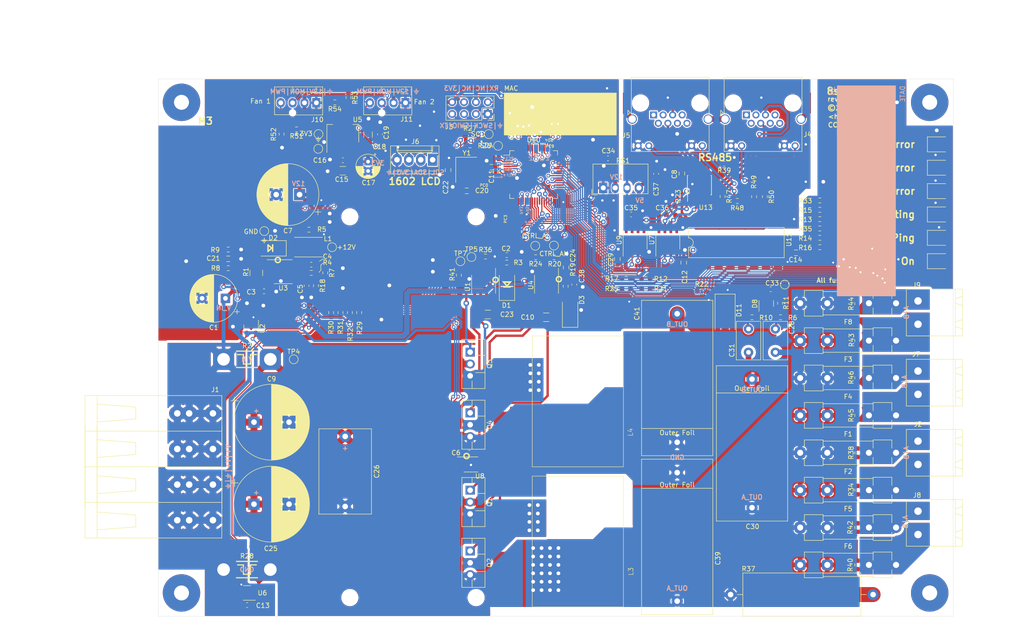
<source format=kicad_pcb>
(kicad_pcb (version 20230913) (generator pcbnew)

  (general
    (thickness 1.6)
  )

  (paper "A4")
  (layers
    (0 "F.Cu" signal)
    (31 "B.Cu" signal)
    (32 "B.Adhes" user "B.Adhesive")
    (33 "F.Adhes" user "F.Adhesive")
    (34 "B.Paste" user)
    (35 "F.Paste" user)
    (36 "B.SilkS" user "B.Silkscreen")
    (37 "F.SilkS" user "F.Silkscreen")
    (38 "B.Mask" user)
    (39 "F.Mask" user)
    (40 "Dwgs.User" user "User.Drawings")
    (41 "Cmts.User" user "User.Comments")
    (42 "Eco1.User" user "User.Eco1")
    (43 "Eco2.User" user "User.Eco2")
    (44 "Edge.Cuts" user)
    (45 "Margin" user)
    (46 "B.CrtYd" user "B.Courtyard")
    (47 "F.CrtYd" user "F.Courtyard")
    (48 "B.Fab" user)
    (49 "F.Fab" user)
  )

  (setup
    (stackup
      (layer "F.SilkS" (type "Top Silk Screen"))
      (layer "F.Paste" (type "Top Solder Paste"))
      (layer "F.Mask" (type "Top Solder Mask") (thickness 0.01))
      (layer "F.Cu" (type "copper") (thickness 0.035))
      (layer "dielectric 1" (type "core") (thickness 1.51) (material "FR4") (epsilon_r 4.5) (loss_tangent 0.02))
      (layer "B.Cu" (type "copper") (thickness 0.035))
      (layer "B.Mask" (type "Bottom Solder Mask") (thickness 0.01))
      (layer "B.Paste" (type "Bottom Solder Paste"))
      (layer "B.SilkS" (type "Bottom Silk Screen"))
      (copper_finish "None")
      (dielectric_constraints no)
    )
    (pad_to_mask_clearance 0.051)
    (solder_mask_min_width 0.25)
    (grid_origin 349.7 9.1)
    (pcbplotparams
      (layerselection 0x00011fc_ffffffff)
      (plot_on_all_layers_selection 0x0000000_00000000)
      (disableapertmacros false)
      (usegerberextensions false)
      (usegerberattributes false)
      (usegerberadvancedattributes false)
      (creategerberjobfile false)
      (dashed_line_dash_ratio 12.000000)
      (dashed_line_gap_ratio 3.000000)
      (svgprecision 4)
      (plotframeref false)
      (viasonmask false)
      (mode 1)
      (useauxorigin false)
      (hpglpennumber 1)
      (hpglpenspeed 20)
      (hpglpendiameter 15.000000)
      (pdf_front_fp_property_popups true)
      (pdf_back_fp_property_popups true)
      (dxfpolygonmode true)
      (dxfimperialunits true)
      (dxfusepcbnewfont true)
      (psnegative false)
      (psa4output false)
      (plotreference true)
      (plotvalue true)
      (plotfptext true)
      (plotinvisibletext false)
      (sketchpadsonfab false)
      (subtractmaskfromsilk false)
      (outputformat 1)
      (mirror false)
      (drillshape 0)
      (scaleselection 1)
      (outputdirectory "gerber")
    )
  )

  (net 0 "")
  (net 1 "GND")
  (net 2 "Net-(U10-PA3)")
  (net 3 "+3V3")
  (net 4 "/VIN_MON")
  (net 5 "Net-(D2-K)")
  (net 6 "Net-(U3-FB)")
  (net 7 "/OUT_A")
  (net 8 "/OUT_B")
  (net 9 "/VIN")
  (net 10 "/GND_MEAS")
  (net 11 "/DRV1")
  (net 12 "/DRV2")
  (net 13 "/DRV3")
  (net 14 "/DRV4")
  (net 15 "/SWCLK")
  (net 16 "/SWDIO")
  (net 17 "+5VD")
  (net 18 "/RX485_A")
  (net 19 "/RS485_B")
  (net 20 "GND2")
  (net 21 "/SDA")
  (net 22 "/SCL")
  (net 23 "Net-(D8-A1)")
  (net 24 "/PULSE_RX")
  (net 25 "Net-(D8-A2)")
  (net 26 "unconnected-(J4-Pad1)")
  (net 27 "unconnected-(J4-Pad2)")
  (net 28 "Net-(D11-K)")
  (net 29 "/RJL4")
  (net 30 "/RJL3")
  (net 31 "/Q0")
  (net 32 "Net-(D1-A)")
  (net 33 "/SLED1")
  (net 34 "/SLED2")
  (net 35 "/SLED3")
  (net 36 "/SLED4")
  (net 37 "Net-(D3-A)")
  (net 38 "Net-(D4-K)")
  (net 39 "Net-(D5-K)")
  (net 40 "Net-(D6-K)")
  (net 41 "Net-(D7-K)")
  (net 42 "/XT1")
  (net 43 "/XT2")
  (net 44 "unconnected-(J5-Pad1)")
  (net 45 "unconnected-(J5-Pad2)")
  (net 46 "/GND_RS485")
  (net 47 "unconnected-(J4-Pad7)")
  (net 48 "unconnected-(J4-Pad8)")
  (net 49 "unconnected-(J5-Pad7)")
  (net 50 "Net-(C4-Pad1)")
  (net 51 "unconnected-(J5-Pad8)")
  (net 52 "+12V")
  (net 53 "Net-(U3-BS)")
  (net 54 "/ILIM")
  (net 55 "/RJL2")
  (net 56 "/RJL1")
  (net 57 "/RS485_DE_ISO")
  (net 58 "/PAD")
  (net 59 "/VB2")
  (net 60 "/VB1")
  (net 61 "/MON_H")
  (net 62 "/MON_L")
  (net 63 "/RS485_RX")
  (net 64 "/RS485_DE")
  (net 65 "/FAN1_MON")
  (net 66 "unconnected-(J3-Pin_6-Pad6)")
  (net 67 "/RS485_RX_ISO")
  (net 68 "/FAN1_PWM")
  (net 69 "/VISO_SENSE")
  (net 70 "/RS485_TX")
  (net 71 "/RS485_TX_ISO")
  (net 72 "/FAN2_MON")
  (net 73 "Net-(U10-PD2)")
  (net 74 "Net-(U10-PD3)")
  (net 75 "Net-(U10-PD4)")
  (net 76 "Net-(U10-PD5)")
  (net 77 "Net-(U10-PD6)")
  (net 78 "Net-(U10-PC0)")
  (net 79 "/FAN2_PWM")
  (net 80 "Net-(U10-PC3)")
  (net 81 "/MON_FAULT_CURRENT")
  (net 82 "/MON_L_ADC")
  (net 83 "/MON_H_ADC")
  (net 84 "Net-(U10-PC9)")
  (net 85 "/RJL1D")
  (net 86 "/RJL2D")
  (net 87 "/RJL3D")
  (net 88 "Net-(U10-PC11)")
  (net 89 "Net-(U10-PC12)")
  (net 90 "Net-(U10-PC13)")
  (net 91 "Net-(U10-PC14{slash}OSC32_IN)")
  (net 92 "Net-(U10-PC15{slash}OSC32_OUT)")
  (net 93 "Net-(U10-PB5)")
  (net 94 "Net-(U10-PA5)")
  (net 95 "Net-(U10-VREF+)")
  (net 96 "/RJL4D")
  (net 97 "Net-(U10-VBAT)")
  (net 98 "/DBG_TX")
  (net 99 "/DBG_RX")
  (net 100 "Net-(R12-Pad1)")
  (net 101 "Net-(R17-Pad1)")
  (net 102 "Net-(R21-Pad1)")
  (net 103 "Net-(R25-Pad1)")
  (net 104 "unconnected-(U3-EN-Pad6)")
  (net 105 "unconnected-(U3-POK-Pad7)")
  (net 106 "Net-(D9-K)")
  (net 107 "Net-(D10-K)")
  (net 108 "/SLED6")
  (net 109 "/SLED5")
  (net 110 "/VIN_INPUT")
  (net 111 "/Q1")
  (net 112 "/DRV_B")
  (net 113 "/DRV_A")
  (net 114 "unconnected-(J4-Pad3)")
  (net 115 "unconnected-(J4-Pad6)")
  (net 116 "unconnected-(J5-Pad3)")
  (net 117 "unconnected-(J5-Pad6)")
  (net 118 "/CTRL_AH")
  (net 119 "/CTRL_AL")
  (net 120 "/CTRL_BH")
  (net 121 "/CTRL_BL")
  (net 122 "unconnected-(U8-Alert-Pad3)")
  (net 123 "unconnected-(U10-NRST-Pad12)")
  (net 124 "/Q2")
  (net 125 "/Q3")
  (net 126 "/Q4")
  (net 127 "/Q5")
  (net 128 "/Q6")
  (net 129 "/Q7")
  (net 130 "/FM1")
  (net 131 "/FM0")
  (net 132 "/FM5")
  (net 133 "/FM4")
  (net 134 "/FM7")
  (net 135 "/FM6")
  (net 136 "/FM3")
  (net 137 "/FM2")
  (net 138 "Net-(R47-Pad2)")
  (net 139 "Net-(R48-Pad2)")
  (net 140 "Net-(R49-Pad2)")
  (net 141 "Net-(R50-Pad2)")

  (footprint "Resistor_SMD:R_0603_1608Metric_Pad0.98x0.95mm_HandSolder" (layer "F.Cu") (at 121.4 49.1))

  (footprint "Connector:FanPinHeader_1x04_P2.54mm_Vertical" (layer "F.Cu") (at 88.54 42.2 180))

  (footprint "Connector_RJ:RJ45_Amphenol_RJHSE538X" (layer "F.Cu") (at 180.5 44.8))

  (footprint "Resistor_SMD:R_0603_1608Metric_Pad0.98x0.95mm_HandSolder" (layer "F.Cu") (at 196.2 71.1))

  (footprint "Capacitors_SMD:C_0603_HandSoldering" (layer "F.Cu") (at 167.1 76.4 90))

  (footprint "Capacitors_SMD:C_0603_HandSoldering" (layer "F.Cu") (at 120.7 61.05 180))

  (footprint "Capacitors_SMD:C_0603_HandSoldering" (layer "F.Cu") (at 116.7 56.6 90))

  (footprint "Capacitors_SMD:C_0603_HandSoldering" (layer "F.Cu") (at 141.95 77.45 90))

  (footprint "Capacitors_SMD:C_0603_HandSoldering" (layer "F.Cu") (at 152.9 75.65 90))

  (footprint "Connectors_Molex:Molex_KK-6410-04_04x2.54mm_Straight" (layer "F.Cu") (at 113.4 54.4 180))

  (footprint "Resistor_SMD:R_0603_1608Metric_Pad0.98x0.95mm_HandSolder" (layer "F.Cu") (at 165.3 65.3 90))

  (footprint "Resistor_SMD:R_0603_1608Metric_Pad0.98x0.95mm_HandSolder" (layer "F.Cu") (at 121.4 51.3))

  (footprint "Crystal:Crystal_SMD_3225-4Pin_3.2x2.5mm_HandSoldering" (layer "F.Cu") (at 120.6 56.55 -90))

  (footprint "MountingHole:MountingHole_3.2mm_M3" (layer "F.Cu") (at 59.7 42.1))

  (footprint "MountingHole:MountingHole_3.2mm_M3" (layer "F.Cu") (at 219.7 42.1))

  (footprint "MountingHole:MountingHole_3.2mm_M3" (layer "F.Cu") (at 59.7 147.1))

  (footprint "MountingHole:MountingHole_3.2mm_M3" (layer "F.Cu") (at 219.7 147.1))

  (footprint "Capacitors_SMD:C_0603_HandSoldering" (layer "F.Cu") (at 69.7 75.6))

  (footprint "Resistor_SMD:R_0603_1608Metric_Pad0.98x0.95mm_HandSolder" (layer "F.Cu") (at 196.2 65.1))

  (footprint "Connector_RJ:RJ45_Amphenol_RJHSE538X" (layer "F.Cu") (at 160.65 44.8))

  (footprint "Resistor_SMD:R_0603_1608Metric_Pad0.98x0.95mm_HandSolder" (layer "F.Cu") (at 135.425 75.25 180))

  (footprint "Resistor_SMD:R_0603_1608Metric_Pad1.05x0.95mm_HandSolder" (layer "F.Cu") (at 175.75 55.25 180))

  (footprint "Package_SO:SOIC-8_3.9x4.9mm_P1.27mm" (layer "F.Cu") (at 170.45 59.85 90))

  (footprint "Capacitors_SMD:C_0603_HandSoldering" (layer "F.Cu") (at 166.7 57.35 90))

  (footprint "TestPoint:TestPoint_Pad_D1.5mm" (layer "F.Cu") (at 89 48.9))

  (footprint "TestPoint:TestPoint_Pad_D1.5mm" (layer "F.Cu") (at 135.35 72.8))

  (footprint "TestPoint:TestPoint_Pad_D1.5mm" (layer "F.Cu") (at 125.4 48.9 90))

  (footprint "TestPoint:TestPoint_Pad_D1.5mm" (layer "F.Cu") (at 127.4 51.4 90))

  (footprint "TestPoint:TestPoint_Pad_D1.5mm" (layer "F.Cu") (at 77.4 69.65))

  (footprint "TestPoint:TestPoint_Pad_D1.5mm" (layer "F.Cu") (at 88.95 52.05))

  (footprint "Capacitor_SMD:C_1206_3216Metric_Pad1.42x1.75mm_HandSolder" (layer "F.Cu") (at 125.2 87.5 180))

  (footprint "Resistor_SMD:R_0603_1608Metric_Pad0.98x0.95mm_HandSolder" (layer "F.Cu") (at 196.2 67.1))

  (footprint "Resistor_SMD:R_0603_1608Metric_Pad0.98x0.95mm_HandSolder" (layer "F.Cu") (at 196.2 73.1))

  (footprint "Capacitors_SMD:C_0603_HandSoldering" (layer "F.Cu") (at 126 56 180))

  (footprint "Resistor_SMD:R_0603_1608Metric_Pad0.98x0.95mm_HandSolder" (layer "F.Cu") (at 69.7 73.6 180))

  (footprint "Capacitors_SMD:C_0603_HandSoldering" (layer "F.Cu") (at 191.1 74.3))

  (footprint "Capacitor_THT:CP_Radial_D10.0mm_P5.00mm" (layer "F.Cu") (at 69.1 84.05 180))

  (footprint "Capacitor_SMD:C_0603_1608Metric_Pad1.05x0.95mm_HandSolder" (layer "F.Cu") (at 77.35 82.55))

  (footprint "Capacitor_SMD:C_0603_1608Metric_Pad1.05x0.95mm_HandSolder" (layer "F.Cu") (at 87.45 76.85 180))

  (footprint "Capacitor_SMD:C_0603_1608Metric_Pad1.05x0.95mm_HandSolder" (layer "F.Cu") (at 86.45 81.35 -90))

  (footprint "Capacitor_THT:CP_Radial_D13.0mm_P5.00mm" (layer "F.Cu")
    (tstamp 00000000-0000-0000-0000-00005e8d1051)
    (at 84.95 61.85 180)
    (descr "CP, Radial series, Radial, pin pitch=5.00mm, , diameter=13mm, Electrolytic Capacitor")
    (tags "CP Radial series Radial pin pitch 5.00mm  diameter 13mm Electrolytic Capacitor")
    (property "Reference" "C7" (at 2.5 -7.75 0) (layer "F.SilkS") (tstamp 85be39c5-e5af-4061-b793-a753441f68a9)
      (effects (font (size 1 1) (thickness 0.15)))
    )
    (property "Value" "2200uF/25V/2A" (at 2.5 7.75 0) (layer "F.Fab") (tstamp 72a3f341-c25c-4f04-8126-aca266158260)
      (effects (font (size 1 1) (thickness 0.15)))
    )
    (property "Footprint" "" (at 0 0 180 unlocked) (layer "F.Fab") hide (tstamp bcc14e15-af8c-4a04-a1b1-ed969ed481e2)
      (effects (font (size 1.27 1.27)))
    )
    (property "Datasheet" "" (at 0 0 180 unlocked) (layer "F.Fab") hide (tstamp e547cc7d-dd1b-4b27-82ee-34daddfc5aca)
      (effects (font (size 1.27 1.27)))
    )
    (property "Description" "" (at 0 0 180 unlocked) (layer "F.Fab") hide (tstamp 3194d05e-10fa-42d9-8087-de2e90b0b0e7)
      (effects (font (size 1.27 1.27)))
    )
    (property "LCSC" "C59339" (at 0 0 0) (layer "F.Fab") hide (tstamp c40dd6ce-aa5f-42b0-b5d0-9c5a865aebdf)
      (effects (font (size 1 1) (thickness 0.15)))
    )
    (property "Mfg" "CapXon" (at 0 0 0) (layer "F.Fab") hide (tstamp 95aa0ab3-290a-4896-a570-a46a7604d937)
      (effects (font (size 1 1) (thickness 0.15)))
    )
    (property "PN" "63YXF220MFFCT810X20" (at 0 0 0) (layer "F.Fab") hide (tstamp 700500a9-12fd-4655-b9d5-30c7e8e676de)
      (effects (font (size 1 1) (thickness 0.15)))
    )
    (path "/00000000-0000-0000-0000-00005edd5d4e")
    (sheetfile "driver.kicad_sch")
    (attr through_hole)
    (fp_line (start 9.101 -0.475) (end 9.101 0.475)
      (stroke (width 0.12) (type solid)) (layer "F.SilkS") (tstamp acf7e086-1e0f-4e7a-9ab3-475a22760028))
    (fp_line (start 9.061 -0.85) (end 9.061 0.85)
      (stroke (width 0.12) (type solid)) (layer "F.SilkS") (tstamp 60421c1b-eef8-44ce-be10-4ab39995f529))
    (fp_line (start 9.021 -1.107) (end 9.021 1.107)
      (stroke (width 0.12) (type solid)) (layer "F.SilkS") (tstamp d6f68eae-5f75-4b95-9c8c-8968a1846032))
    (fp_line (start 8.981 -1.315) (end 8.981 1.315)
      (stroke (width 0.12) (type solid)) (layer "F.SilkS") (tstamp 7e48f2c6-dcb6-413f-b883-e36118da2ad5))
    (fp_line (start 8.941 -1.494) (end 8.941 1.494)
      (stroke (width 0.12) (type solid)) (layer "F.SilkS") (tstamp a60630df-4bee-45cf-9721-adf60d13bf24))
    (fp_line (start 8.901 -1.653) (end 8.901 1.653)
      (stroke (width 0.12) (type solid)) (layer "F.SilkS") (tstamp 3ef24e2c-6c0f-4ae2-a791-8214e074b36f))
    (fp_line (start 8.861 -1.798) (end 8.861 1.798)
      (stroke (width 0.12) (type solid)) (layer "F.SilkS") (tstamp 73079d4b-e8c6-4e56-a8de-5056c9f43817))
    (fp_line (start 8.821 -1.931) (end 8.821 1.931)
      (stroke (width 0.12) (type solid)) (layer "F.SilkS") (tstamp 12349522-40b2-4407-bb8b-f163e0bdc3db))
    (fp_line (start 8.781 -2.055) (end 8.781 2.055)
      (stroke (width 0.12) (type solid)) (layer "F.SilkS") (tstamp 59f55c1b-b0c1-4569-a1e6-e770f130853f))
    (fp_line (start 8.741 -2.171) (end 8.741 2.171)
      (stroke (width 0.12) (type solid)) (layer "F.SilkS") (tstamp 655fa3dd-bd90-42f7-9b43-3cdc8a6d84d7))
    (fp_line (start 8.701 -2.281) (end 8.701 2.281)
      (stroke (width 0.12) (type solid)) (layer "F.SilkS") (tstamp d60211d5-9e74-4f2a-a299-67a744f9403d))
    (fp_line (start 8.661 -2.385) (end 8.661 2.385)
      (stroke (width 0.12) (type solid)) (layer "F.SilkS") (tstamp c3541135-99b3-4b5d-8355-41a94bc8bc5c))
    (fp_line (start 8.621 -2.484) (end 8.621 2.484)
      (stroke (width 0.12) (type solid)) (layer "F.SilkS") (tstamp eaf24fe6-fde0-469b-93fc-3b06c66710b6))
    (fp_line (start 8.581 -2.579) (end 8.581 2.579)
      (stroke (width 0.12) (type solid)) (layer "F.SilkS") (tstamp b414d886-aad2-4e24-9746-98e275f0613e))
    (fp_line (start 8.541 -2.67) (end 8.541 2.67)
      (stroke (width 0.12) (type solid)) (layer "F.SilkS") (tstamp 9f861e73-e10a-4c4c-9330-23244725ec28))
    (fp_line (start 8.501 -2.758) (end 8.501 2.758)
      (stroke (width 0.12) (type solid)) (layer "F.SilkS") (tstamp dfc4ae1e-b623-4226-84eb-826f87d4a08e))
    (fp_line (start 8.461 -2.842) (end 8.461 2.842)
      (stroke (width 0.12) (type solid)) (layer "F.SilkS") (tstamp 66289028-c3c2-46ab-88df-8857ace83b4a))
    (fp_line (start 8.421 -2.923) (end 8.421 2.923)
      (stroke (width 0.12) (type solid)) (layer "F.SilkS") (tstamp ce431cfe-f811-49ac-ac97-a0924bd29581))
    (fp_line (start 8.381 -3.002) (end 8.381 3.002)
      (stroke (width 0.12) (type solid)) (layer "F.SilkS") (tstamp 6a86631c-298f-4194-b5c8-b0380d50e622))
    (fp_line (start 8.341 -3.078) (end 8.341 3.078)
      (stroke (width 0.12) (type solid)) (layer "F.SilkS") (tstamp 6d578ae9-0227-45d1-a644-13996610bc50))
    (fp_line (start 8.301 -3.152) (end 8.301 3.152)
      (stroke (width 0.12) (type solid)) (layer "F.SilkS") (tstamp a9b721e9-df10-4742-85c9-a36eefd5e8a5))
    (fp_line (start 8.261 -3.223) (end 8.261 3.223)
      (stroke (width 0.12) (type solid)) (layer "F.SilkS") (tstamp b7903d1f-d7c0-4ce3-b32e-a63b16cbbfce))
    (fp_line (start 8.221 -3.293) (end 8.221 3.293)
      (stroke (width 0.12) (type solid)) (layer "F.SilkS") (tstamp 28f47d99-7e58-424f-a74d-4ca7f6979b46))
    (fp_line (start 8.181 -3.361) (end 8.181 3.361)
      (stroke (width 0.12) (type solid)) (layer "F.SilkS") (tstamp 199cdef9-c62a-406c-83aa-030a2c2a7e80))
    (fp_line (start 8.141 -3.427) (end 8.141 3.427)
      (stroke (width 0.12) (type solid)) (layer "F.SilkS") (tstamp 57f996a8-9655-43c3-a374-a192b7478b6c))
    (fp_line (start 8.101 -3.491) (end 8.101 3.491)
      (stroke (width 0.12) (type solid)) (layer "F.SilkS") (tstamp b568a65e-80c4-48b0-930f-aa9d48255dc6))
    (fp_line (start 8.061 -3.554) (end 8.061 3.554)
      (stroke (width 0.12) (type solid)) (layer "F.SilkS") (tstamp 1a06f0bc-1869-4f49-a9fb-a016275ce901))
    (fp_line (start 8.021 -3.615) (end 8.021 3.615)
      (stroke (width 0.12) (type solid)) (layer "F.SilkS") (tstamp 539b7f03-390d-4ab6-9647-6a8780da649e))
    (fp_line (start 7.981 -3.675) (end 7.981 3.675)
      (stroke (width 0.12) (type solid)) (layer "F.SilkS") (tstamp edf7c908-4faa-4d30-bb11-80ff45221b18))
    (fp_line (start 7.941 -3.733) (end 7.941 3.733)
      (stroke (width 0.12) (type solid)) (layer "F.SilkS") (tstamp 72d81978-95d9-41a9-ad23-392eef8e603c))
    (fp_line (start 7.901 -3.79) (end 7.901 3.79)
      (stroke (width 0.12) (type solid)) (layer "F.SilkS") (tstamp 2d4c8b12-a0fb-4e5d-af02-c4a83317ec03))
    (fp_line (start 7.861 -3.846) (end 7.861 3.846)
      (stroke (width 0.12) (type solid)) (layer "F.SilkS") (tstamp 26b7552c-f2f6-4ed0-a0f8-7d36090dd2af))
    (fp_line (start 7.821 -3.9) (end 7.821 3.9)
      (stroke (width 0.12) (type solid)) (layer "F.SilkS") (tstamp 4d3a8a5d-266b-428c-9860-bbd3fd84c4a7))
    (fp_line (start 7.781 -3.954) (end 7.781 3.954)
      (stroke (width 0.12) (type solid)) (layer "F.SilkS") (tstamp f49536f9-a984-4b3c-952b-6762f75c070e))
    (fp_line (start 7.741 -4.006) (end 7.741 4.006)
      (stroke (width 0.12) (type solid)) (layer "F.SilkS") (tstamp 5b0e6f90-6236-4c34-9721-206fc11fae37))
    (fp_line (start 7.701 -4.057) (end 7.701 4.057)
      (stroke (width 0.12) (type solid)) (layer "F.SilkS") (tstamp 90b4dd07-1ac3-43e0-806b-5b36b1f89618))
    (fp_line (start 7.661 -4.108) (end 7.661 4.108)
      (stroke (width 0.12) (type solid)) (layer "F.SilkS") (tstamp c72c2e4c-24d7-48e8-a005-38727d59f544))
    (fp_line (start 7.621 -4.157) (end 7.621 4.157)
      (stroke (width 0.12) (type solid)) (layer "F.SilkS") (tstamp 27b0d094-1911-4613-81c8-a2744b88064c))
    (fp_line (start 7.581 -4.205) (end 7.581 4.205)
      (stroke (width 0.12) (type solid)) (layer "F.SilkS") (tstamp 02f8d93b-85b8-4459-87fd-c92a99f4d015))
    (fp_line (start 7.541 -4.253) (end 7.541 4.253)
      (stroke (width 0.12) (type solid)) (layer "F.SilkS") (tstamp f38c6e57-ff54-40b0
... [2287310 chars truncated]
</source>
